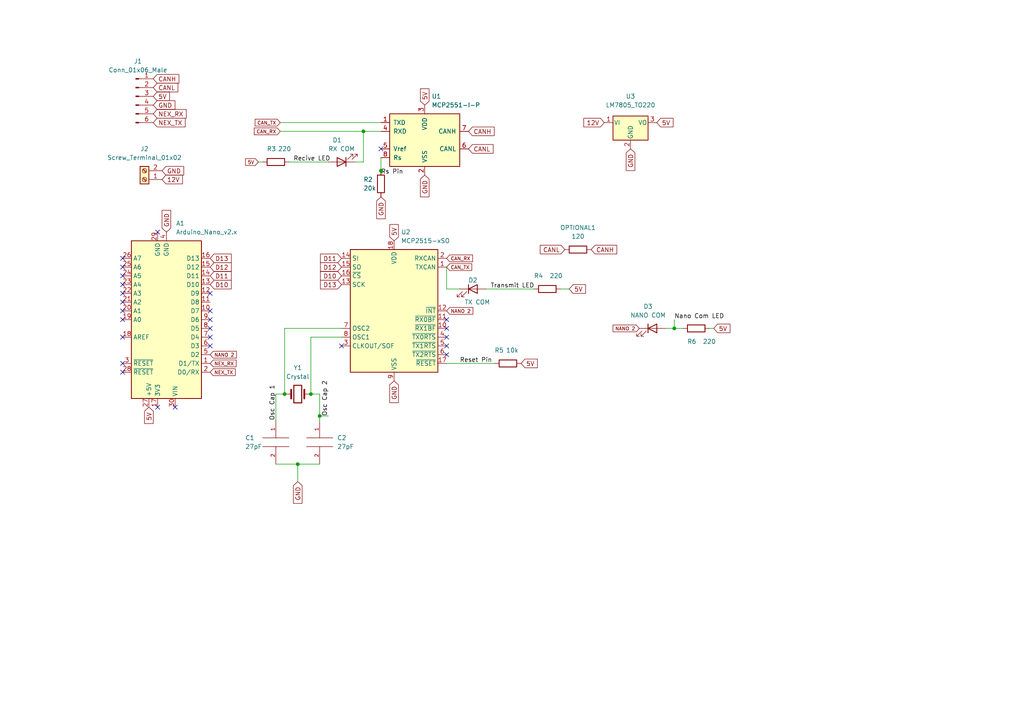
<source format=kicad_sch>
(kicad_sch (version 20211123) (generator eeschema)
  (paper "A4")
  (title_block (title "Screen Driver Board") (date "2023-02-13") (rev "1"))
  (lib_symbols
    (symbol "Connector:Conn_01x06_Male" (pin_names (offset 1.016) hide)
      (property "Reference" "J" (at 0 7.62 0))
      (property "Value" "Conn_01x06_Male" (at 0 -10.16 0))
      (symbol "Conn_01x06_Male_1_1"
        (polyline (pts (xy 1.27 -7.62) (xy 0.8636 -7.62)) (stroke (width 0.1524)))
        (polyline (pts (xy 1.27 -5.08) (xy 0.8636 -5.08)) (stroke (width 0.1524)))
        (polyline (pts (xy 1.27 -2.54) (xy 0.8636 -2.54)) (stroke (width 0.1524)))
        (polyline (pts (xy 1.27 0) (xy 0.8636 0)) (stroke (width 0.1524)))
        (polyline (pts (xy 1.27 2.54) (xy 0.8636 2.54)) (stroke (width 0.1524)))
        (polyline (pts (xy 1.27 5.08) (xy 0.8636 5.08)) (stroke (width 0.1524)))
        (rectangle (start 0.8636 -7.493) (end 0 -7.747) (stroke (width 0.1524)) (fill (type outline)))
        (rectangle (start 0.8636 -4.953) (end 0 -5.207) (stroke (width 0.1524)) (fill (type outline)))
        (rectangle (start 0.8636 -2.413) (end 0 -2.667) (stroke (width 0.1524)) (fill (type outline)))
        (rectangle (start 0.8636 0.127) (end 0 -0.127) (stroke (width 0.1524)) (fill (type outline)))
        (rectangle (start 0.8636 2.667) (end 0 2.413) (stroke (width 0.1524)) (fill (type outline)))
        (rectangle (start 0.8636 5.207) (end 0 4.953) (stroke (width 0.1524)) (fill (type outline)))
        (pin passive line (at 5.08 5.08 180) (length 3.81) (name "Pin_1") (number "1"))
        (pin passive line (at 5.08 2.54 180) (length 3.81) (name "Pin_2") (number "2"))
        (pin passive line (at 5.08 0 180) (length 3.81) (name "Pin_3") (number "3"))
        (pin passive line (at 5.08 -2.54 180) (length 3.81) (name "Pin_4") (number "4"))
        (pin passive line (at 5.08 -5.08 180) (length 3.81) (name "Pin_5") (number "5"))
        (pin passive line (at 5.08 -7.62 180) (length 3.81) (name "Pin_6") (number "6"))
      )
    )
    (symbol "Connector:Screw_Terminal_01x02" (pin_names (offset 1.016) hide)
      (property "Reference" "J" (at 0 2.54 0))
      (property "Value" "Screw_Terminal_01x02" (at 0 -5.08 0))
      (symbol "Screw_Terminal_01x02_1_1"
        (rectangle (start -1.27 1.27) (end 1.27 -3.81) (stroke (width 0.254)) (fill (type background)))
        (circle (center 0 -2.54) (radius 0.635) (stroke (width 0.1524)))
        (polyline (pts (xy -0.5334 -2.2098) (xy 0.3302 -3.048)) (stroke (width 0.1524)))
        (polyline (pts (xy -0.5334 0.3302) (xy 0.3302 -0.508)) (stroke (width 0.1524)))
        (polyline (pts (xy -0.3556 -2.032) (xy 0.508 -2.8702)) (stroke (width 0.1524)))
        (polyline (pts (xy -0.3556 0.508) (xy 0.508 -0.3302)) (stroke (width 0.1524)))
        (circle (center 0 0) (radius 0.635) (stroke (width 0.1524)))
        (pin passive line (at -5.08 0 0) (length 3.81) (name "Pin_1") (number "1"))
        (pin passive line (at -5.08 -2.54 0) (length 3.81) (name "Pin_2") (number "2"))
      )
    )
    (symbol "Device:Crystal" (pin_numbers hide) (pin_names (offset 1.016) hide)
      (property "Reference" "Y" (at 0 3.81 0))
      (property "Value" "Crystal" (at 0 -3.81 0))
      (symbol "Crystal_0_1"
        (rectangle (start -1.143 2.54) (end 1.143 -2.54) (stroke (width 0.3048)))
        (polyline (pts (xy -2.54 0) (xy -1.905 0)))
        (polyline (pts (xy -1.905 -1.27) (xy -1.905 1.27)) (stroke (width 0.508)))
        (polyline (pts (xy 1.905 -1.27) (xy 1.905 1.27)) (stroke (width 0.508)))
        (polyline (pts (xy 2.54 0) (xy 1.905 0)))
      )
      (symbol "Crystal_1_1"
        (pin passive line (at -3.81 0 0) (length 1.27) (name "1") (number "1"))
        (pin passive line (at 3.81 0 180) (length 1.27) (name "2") (number "2"))
      )
    )
    (symbol "Device:LED" (pin_numbers hide) (pin_names (offset 1.016) hide)
      (property "Reference" "D" (at 0 2.54 0))
      (property "Value" "LED" (at 0 -2.54 0))
      (symbol "LED_0_1"
        (polyline (pts (xy -1.27 -1.27) (xy -1.27 1.27)) (stroke (width 0.254)))
        (polyline (pts (xy -1.27 0) (xy 1.27 0)))
        (polyline (pts (xy 1.27 -1.27) (xy 1.27 1.27) (xy -1.27 0) (xy 1.27 -1.27)) (stroke (width 0.254)))
        (polyline (pts (xy -3.048 -0.762) (xy -4.572 -2.286) (xy -3.81 -2.286) (xy -4.572 -2.286) (xy -4.572 -1.524)))
        (polyline (pts (xy -1.778 -0.762) (xy -3.302 -2.286) (xy -2.54 -2.286) (xy -3.302 -2.286) (xy -3.302 -1.524)))
      )
      (symbol "LED_1_1"
        (pin passive line (at -3.81 0 0) (length 2.54) (name "K") (number "1"))
        (pin passive line (at 3.81 0 180) (length 2.54) (name "A") (number "2"))
      )
    )
    (symbol "Device:R" (pin_numbers hide) (pin_names (offset 0))
      (property "Reference" "R" (at 2.032 0 90))
      (property "Value" "R" (at 0 0 90))
      (symbol "R_0_1"
        (rectangle (start -1.016 -2.54) (end 1.016 2.54) (stroke (width 0.254)))
      )
      (symbol "R_1_1"
        (pin passive line (at 0 3.81 270) (length 1.27) (name "~") (number "1"))
        (pin passive line (at 0 -3.81 90) (length 1.27) (name "~") (number "2"))
      )
    )
    (symbol "Interface_CAN_LIN:MCP2515-xSO"
      (property "Reference" "U" (at -10.16 19.685 0))
      (property "Value" "MCP2515-xSO" (at 19.05 20.32 0))
      (symbol "MCP2515-xSO_0_1"
        (rectangle (start -12.7 17.78) (end 12.7 -17.78) (stroke (width 0.254)) (fill (type background)))
      )
      (symbol "MCP2515-xSO_1_1"
        (pin output line (at 15.24 12.7 180) (length 2.54) (name "TXCAN") (number "1"))
        (pin output line (at 15.24 -5.08 180) (length 2.54) (name "~{RX1BF}") (number "10"))
        (pin output line (at 15.24 -2.54 180) (length 2.54) (name "~{RX0BF}") (number "11"))
        (pin output line (at 15.24 0 180) (length 2.54) (name "~{INT}") (number "12"))
        (pin input line (at -15.24 7.62 0) (length 2.54) (name "SCK") (number "13"))
        (pin input line (at -15.24 15.24 0) (length 2.54) (name "SI") (number "14"))
        (pin output line (at -15.24 12.7 0) (length 2.54) (name "SO") (number "15"))
        (pin input line (at -15.24 10.16 0) (length 2.54) (name "~{CS}") (number "16"))
        (pin input line (at 15.24 -15.24 180) (length 2.54) (name "~{RESET}") (number "17"))
        (pin power_in line (at 0 20.32 270) (length 2.54) (name "VDD") (number "18"))
        (pin input line (at 15.24 15.24 180) (length 2.54) (name "RXCAN") (number "2"))
        (pin output line (at -15.24 -10.16 0) (length 2.54) (name "CLKOUT/SOF") (number "3"))
        (pin input line (at 15.24 -7.62 180) (length 2.54) (name "~{TX0RTS}") (number "4"))
        (pin input line (at 15.24 -10.16 180) (length 2.54) (name "~{TX1RTS}") (number "5"))
        (pin input line (at 15.24 -12.7 180) (length 2.54) (name "~{TX2RTS}") (number "6"))
        (pin output line (at -15.24 -5.08 0) (length 2.54) (name "OSC2") (number "7"))
        (pin input line (at -15.24 -7.62 0) (length 2.54) (name "OSC1") (number "8"))
        (pin power_in line (at 0 -20.32 90) (length 2.54) (name "VSS") (number "9"))
      )
    )
    (symbol "Interface_CAN_LIN:MCP2551-I-P" (pin_names (offset 1.016))
      (property "Reference" "U" (at -10.16 8.89 0))
      (property "Value" "MCP2551-I-P" (at 2.54 8.89 0))
      (symbol "MCP2551-I-P_0_1"
        (rectangle (start -10.16 7.62) (end 10.16 -7.62) (stroke (width 0.254)) (fill (type background)))
      )
      (symbol "MCP2551-I-P_1_1"
        (pin input line (at -12.7 5.08 0) (length 2.54) (name "TXD") (number "1"))
        (pin power_in line (at 0 -10.16 90) (length 2.54) (name "VSS") (number "2"))
        (pin power_in line (at 0 10.16 270) (length 2.54) (name "VDD") (number "3"))
        (pin output line (at -12.7 2.54 0) (length 2.54) (name "RXD") (number "4"))
        (pin power_out line (at -12.7 -2.54 0) (length 2.54) (name "Vref") (number "5"))
        (pin bidirectional line (at 12.7 -2.54 180) (length 2.54) (name "CANL") (number "6"))
        (pin bidirectional line (at 12.7 2.54 180) (length 2.54) (name "CANH") (number "7"))
        (pin input line (at -12.7 -5.08 0) (length 2.54) (name "Rs") (number "8"))
      )
    )
    (symbol "MCU_Module:Arduino_Nano_v2.x"
      (property "Reference" "A" (at -10.16 23.495 0))
      (property "Value" "Arduino_Nano_v2.x" (at 5.08 -24.13 0))
      (symbol "Arduino_Nano_v2.x_0_1"
        (rectangle (start -10.16 22.86) (end 10.16 -22.86) (stroke (width 0.254)) (fill (type background)))
      )
      (symbol "Arduino_Nano_v2.x_1_1"
        (pin bidirectional line (at -12.7 12.7 0) (length 2.54) (name "D1/TX") (number "1"))
        (pin bidirectional line (at -12.7 -2.54 0) (length 2.54) (name "D7") (number "10"))
        (pin bidirectional line (at -12.7 -5.08 0) (length 2.54) (name "D8") (number "11"))
        (pin bidirectional line (at -12.7 -7.62 0) (length 2.54) (name "D9") (number "12"))
        (pin bidirectional line (at -12.7 -10.16 0) (length 2.54) (name "D10") (number "13"))
        (pin bidirectional line (at -12.7 -12.7 0) (length 2.54) (name "D11") (number "14"))
        (pin bidirectional line (at -12.7 -15.24 0) (length 2.54) (name "D12") (number "15"))
        (pin bidirectional line (at -12.7 -17.78 0) (length 2.54) (name "D13") (number "16"))
        (pin power_out line (at 2.54 25.4 270) (length 2.54) (name "3V3") (number "17"))
        (pin input line (at 12.7 5.08 180) (length 2.54) (name "AREF") (number "18"))
        (pin bidirectional line (at 12.7 0 180) (length 2.54) (name "A0") (number "19"))
        (pin bidirectional line (at -12.7 15.24 0) (length 2.54) (name "D0/RX") (number "2"))
        (pin bidirectional line (at 12.7 -2.54 180) (length 2.54) (name "A1") (number "20"))
        (pin bidirectional line (at 12.7 -5.08 180) (length 2.54) (name "A2") (number "21"))
        (pin bidirectional line (at 12.7 -7.62 180) (length 2.54) (name "A3") (number "22"))
        (pin bidirectional line (at 12.7 -10.16 180) (length 2.54) (name "A4") (number "23"))
        (pin bidirectional line (at 12.7 -12.7 180) (length 2.54) (name "A5") (number "24"))
        (pin bidirectional line (at 12.7 -15.24 180) (length 2.54) (name "A6") (number "25"))
        (pin bidirectional line (at 12.7 -17.78 180) (length 2.54) (name "A7") (number "26"))
        (pin power_out line (at 5.08 25.4 270) (length 2.54) (name "+5V") (number "27"))
        (pin input line (at 12.7 15.24 180) (length 2.54) (name "~{RESET}") (number "28"))
        (pin power_in line (at 2.54 -25.4 90) (length 2.54) (name "GND") (number "29"))
        (pin input line (at 12.7 12.7 180) (length 2.54) (name "~{RESET}") (number "3"))
        (pin power_in line (at -2.54 25.4 270) (length 2.54) (name "VIN") (number "30"))
        (pin power_in line (at 0 -25.4 90) (length 2.54) (name "GND") (number "4"))
        (pin bidirectional line (at -12.7 10.16 0) (length 2.54) (name "D2") (number "5"))
        (pin bidirectional line (at -12.7 7.62 0) (length 2.54) (name "D3") (number "6"))
        (pin bidirectional line (at -12.7 5.08 0) (length 2.54) (name "D4") (number "7"))
        (pin bidirectional line (at -12.7 2.54 0) (length 2.54) (name "D5") (number "8"))
        (pin bidirectional line (at -12.7 0 0) (length 2.54) (name "D6") (number "9"))
      )
    )
    (symbol "Regulator_Linear:LM7805_TO220" (pin_names (offset 0.254))
      (property "Reference" "U" (at -3.81 3.175 0))
      (property "Value" "LM7805_TO220" (at 0 3.175 0))
      (symbol "LM7805_TO220_0_1"
        (rectangle (start -5.08 1.905) (end 5.08 -5.08) (stroke (width 0.254)) (fill (type background)))
      )
      (symbol "LM7805_TO220_1_1"
        (pin power_in line (at -7.62 0 0) (length 2.54) (name "VI") (number "1"))
        (pin power_in line (at 0 -7.62 90) (length 2.54) (name "GND") (number "2"))
        (pin power_out line (at 7.62 0 180) (length 2.54) (name "VO") (number "3"))
      )
    )
    (symbol "pspice:CAP" (pin_names (offset 0.254))
      (property "Reference" "C" (at 2.54 3.81 90))
      (property "Value" "CAP" (at 2.54 -3.81 90))
      (symbol "CAP_0_1"
        (polyline (pts (xy -3.81 -1.27) (xy 3.81 -1.27)))
        (polyline (pts (xy -3.81 1.27) (xy 3.81 1.27)))
      )
      (symbol "CAP_1_1"
        (pin passive line (at 0 6.35 270) (length 5.08) (name "~") (number "1"))
        (pin passive line (at 0 -6.35 90) (length 5.08) (name "~") (number "2"))
      )
    )
  )
  (junction (at 195.58 95.25))
  (junction (at 82.55 114.3))
  (junction (at 92.71 120.65))
  (junction (at 105.41 38.1))
  (junction (at 86.36 134.62))
  (junction (at 110.49 49.53))
  (junction (at 90.17 114.3))
  (no_connect (at 45.72 118.11))
  (no_connect (at 50.8 118.11))
  (no_connect (at 35.56 92.71))
  (no_connect (at 60.96 97.79))
  (no_connect (at 35.56 87.63))
  (no_connect (at 129.54 97.79))
  (no_connect (at 129.54 100.33))
  (no_connect (at 129.54 92.71))
  (no_connect (at 60.96 95.25))
  (no_connect (at 35.56 107.95))
  (no_connect (at 99.06 100.33))
  (no_connect (at 60.96 100.33))
  (no_connect (at 35.56 97.79))
  (no_connect (at 35.56 82.55))
  (no_connect (at 35.56 105.41))
  (no_connect (at 35.56 74.93))
  (no_connect (at 35.56 80.01))
  (no_connect (at 60.96 90.17))
  (no_connect (at 60.96 85.09))
  (no_connect (at 110.49 43.18))
  (no_connect (at 35.56 77.47))
  (no_connect (at 60.96 92.71))
  (no_connect (at 45.72 67.31))
  (no_connect (at 129.54 102.87))
  (no_connect (at 35.56 90.17))
  (no_connect (at 129.54 95.25))
  (no_connect (at 35.56 85.09))
  (wire (pts (xy 110.49 50.8) (xy 110.49 49.53)))
  (wire (pts (xy 129.54 83.82) (xy 129.54 77.47)))
  (wire (pts (xy 92.71 120.65) (xy 95.25 120.65)))
  (wire (pts (xy 99.06 95.25) (xy 82.55 95.25)))
  (wire (pts (xy 80.01 114.3) (xy 82.55 114.3)))
  (wire (pts (xy 105.41 38.1) (xy 105.41 46.99)))
  (wire (pts (xy 195.58 92.71) (xy 195.58 95.25)))
  (wire (pts (xy 83.82 46.99) (xy 95.25 46.99)))
  (wire (pts (xy 90.17 114.3) (xy 92.71 114.3)))
  (wire (pts (xy 80.01 121.92) (xy 80.01 114.3)))
  (wire (pts (xy 90.17 97.79) (xy 90.17 114.3)))
  (wire (pts (xy 105.41 38.1) (xy 110.49 38.1)))
  (wire (pts (xy 195.58 95.25) (xy 193.04 95.25)))
  (wire (pts (xy 207.01 95.25) (xy 205.74 95.25)))
  (wire (pts (xy 81.28 38.1) (xy 105.41 38.1)))
  (wire (pts (xy 74.93 46.99) (xy 76.2 46.99)))
  (wire (pts (xy 82.55 95.25) (xy 82.55 114.3)))
  (wire (pts (xy 92.71 120.65) (xy 92.71 121.92)))
  (wire (pts (xy 162.56 83.82) (xy 165.1 83.82)))
  (wire (pts (xy 92.71 114.3) (xy 92.71 120.65)))
  (wire (pts (xy 102.87 46.99) (xy 105.41 46.99)))
  (wire (pts (xy 129.54 105.41) (xy 143.51 105.41)))
  (wire (pts (xy 133.35 83.82) (xy 129.54 83.82)))
  (wire (pts (xy 86.36 134.62) (xy 86.36 139.7)))
  (wire (pts (xy 86.36 134.62) (xy 92.71 134.62)))
  (wire (pts (xy 198.12 95.25) (xy 195.58 95.25)))
  (wire (pts (xy 80.01 134.62) (xy 86.36 134.62)))
  (wire (pts (xy 81.28 35.56) (xy 110.49 35.56)))
  (wire (pts (xy 99.06 97.79) (xy 90.17 97.79)))
  (wire (pts (xy 140.97 83.82) (xy 154.94 83.82)))
  (wire (pts (xy 110.49 49.53) (xy 110.49 45.72)))
  (label "Reset Pin" (at 133.35 105.41 0))
  (label "Transmit LED" (at 142.24 83.82 0))
  (label "Osc Cap 2" (at 95.25 120.65 90))
  (label "Osc Cap 1" (at 80.01 121.92 90))
  (label "Recive LED" (at 85.09 46.99 0))
  (label "Rs Pin" (at 110.49 50.8 0))
  (label "Nano Com LED" (at 195.58 92.71 0))
  (global_label "5V" (shape input) (at 151.13 105.41 0) (property "Intersheet References" "${INTERSHEET_REFS}" (effects hide)))
  (global_label "5V" (shape input) (at 114.3 69.85 90) (property "Intersheet References" "${INTERSHEET_REFS}" (effects hide)))
  (global_label "CANL" (shape input) (at 135.89 43.18 0) (property "Intersheet References" "${INTERSHEET_REFS}" (effects hide)))
  (global_label "NANO 2" (shape input) (at 60.96 102.87 0) (effects (font (size 1 1))) (property "Intersheet References" "${INTERSHEET_REFS}" (effects hide)))
  (global_label "D11" (shape input) (at 60.96 80.01 0) (property "Intersheet References" "${INTERSHEET_REFS}" (effects hide)))
  (global_label "5V" (shape input) (at 207.01 95.25 0) (property "Intersheet References" "${INTERSHEET_REFS}" (effects hide)))
  (global_label "D12" (shape input) (at 99.06 77.47 180) (property "Intersheet References" "${INTERSHEET_REFS}" (effects hide)))
  (global_label "5V" (shape input) (at 190.5 35.56 0) (property "Intersheet References" "${INTERSHEET_REFS}" (effects hide)))
  (global_label "GND" (shape input) (at 114.3 110.49 270) (property "Intersheet References" "${INTERSHEET_REFS}" (effects hide)))
  (global_label "GND" (shape input) (at 110.49 57.15 270) (property "Intersheet References" "${INTERSHEET_REFS}" (effects hide)))
  (global_label "GND" (shape input) (at 44.45 30.48 0) (property "Intersheet References" "${INTERSHEET_REFS}" (effects hide)))
  (global_label "CAN_RX" (shape input) (at 129.54 74.93 0) (effects (font (size 1 1))) (property "Intersheet References" "${INTERSHEET_REFS}" (effects hide)))
  (global_label "CANH" (shape input) (at 171.45 72.39 0) (property "Intersheet References" "${INTERSHEET_REFS}" (effects hide)))
  (global_label "5V" (shape input) (at 44.45 27.94 0) (property "Intersheet References" "${INTERSHEET_REFS}" (effects hide)))
  (global_label "D11" (shape input) (at 99.06 74.93 180) (property "Intersheet References" "${INTERSHEET_REFS}" (effects hide)))
  (global_label "5V" (shape input) (at 43.18 118.11 270) (property "Intersheet References" "${INTERSHEET_REFS}" (effects hide)))
  (global_label "D12" (shape input) (at 60.96 77.47 0) (property "Intersheet References" "${INTERSHEET_REFS}" (effects hide)))
  (global_label "CAN_TX" (shape input) (at 81.28 35.56 180) (effects (font (size 1 1))) (property "Intersheet References" "${INTERSHEET_REFS}" (effects hide)))
  (global_label "NANO 2" (shape input) (at 129.54 90.17 0) (effects (font (size 1 1))) (property "Intersheet References" "${INTERSHEET_REFS}" (effects hide)))
  (global_label "D13" (shape input) (at 60.96 74.93 0) (property "Intersheet References" "${INTERSHEET_REFS}" (effects hide)))
  (global_label "CANL" (shape input) (at 163.83 72.39 180) (property "Intersheet References" "${INTERSHEET_REFS}" (effects hide)))
  (global_label "GND" (shape input) (at 182.88 43.18 270) (property "Intersheet References" "${INTERSHEET_REFS}" (effects hide)))
  (global_label "5V" (shape input) (at 123.19 30.48 90) (property "Intersheet References" "${INTERSHEET_REFS}" (effects hide)))
  (global_label "12V" (shape input) (at 46.99 52.07 0) (property "Intersheet References" "${INTERSHEET_REFS}" (effects hide)))
  (global_label "CAN_TX" (shape input) (at 129.54 77.47 0) (effects (font (size 1 1))) (property "Intersheet References" "${INTERSHEET_REFS}" (effects hide)))
  (global_label "NANO 2" (shape input) (at 185.42 95.25 180) (effects (font (size 1 1))) (property "Intersheet References" "${INTERSHEET_REFS}" (effects hide)))
  (global_label "D13" (shape input) (at 99.06 82.55 180) (property "Intersheet References" "${INTERSHEET_REFS}" (effects hide)))
  (global_label "CANH" (shape input) (at 44.45 22.86 0) (property "Intersheet References" "${INTERSHEET_REFS}" (effects hide)))
  (global_label "5V" (shape input) (at 74.93 46.99 180) (effects (font (size 1 1))) (property "Intersheet References" "${INTERSHEET_REFS}" (effects hide)))
  (global_label "GND" (shape input) (at 48.26 67.31 90) (property "Intersheet References" "${INTERSHEET_REFS}" (effects hide)))
  (global_label "D10" (shape input) (at 60.96 82.55 0) (property "Intersheet References" "${INTERSHEET_REFS}" (effects hide)))
  (global_label "GND" (shape input) (at 123.19 50.8 270) (property "Intersheet References" "${INTERSHEET_REFS}" (effects hide)))
  (global_label "12V" (shape input) (at 175.26 35.56 180) (property "Intersheet References" "${INTERSHEET_REFS}" (effects hide)))
  (global_label "CAN_RX" (shape input) (at 81.28 38.1 180) (effects (font (size 1 1))) (property "Intersheet References" "${INTERSHEET_REFS}" (effects hide)))
  (global_label "NEX_RX" (shape input) (at 60.96 105.41 0) (effects (font (size 1 1))) (property "Intersheet References" "${INTERSHEET_REFS}" (effects hide)))
  (global_label "D10" (shape input) (at 99.06 80.01 180) (property "Intersheet References" "${INTERSHEET_REFS}" (effects hide)))
  (global_label "CANH" (shape input) (at 135.89 38.1 0) (property "Intersheet References" "${INTERSHEET_REFS}" (effects hide)))
  (global_label "NEX_TX" (shape input) (at 60.96 107.95 0) (effects (font (size 1 1))) (property "Intersheet References" "${INTERSHEET_REFS}" (effects hide)))
  (global_label "GND" (shape input) (at 46.99 49.53 0) (property "Intersheet References" "${INTERSHEET_REFS}" (effects hide)))
  (global_label "GND" (shape input) (at 86.36 139.7 270) (property "Intersheet References" "${INTERSHEET_REFS}" (effects hide)))
  (global_label "NEX_TX" (shape input) (at 44.45 35.56 0) (property "Intersheet References" "${INTERSHEET_REFS}" (effects hide)))
  (global_label "CANL" (shape input) (at 44.45 25.4 0) (property "Intersheet References" "${INTERSHEET_REFS}" (effects hide)))
  (global_label "NEX_RX" (shape input) (at 44.45 33.02 0) (property "Intersheet References" "${INTERSHEET_REFS}" (effects hide)))
  (global_label "5V" (shape input) (at 165.1 83.82 0) (property "Intersheet References" "${INTERSHEET_REFS}" (effects hide)))
  (symbol (lib_id "Device:R") (at 201.93 95.25 90) (unit 1)
    (property "Reference" "R6" (at 200.66 99.06 90))
    (property "Value" "220" (at 205.74 99.06 90))
    (property "Footprint" "Resistor_THT:R_Axial_DIN0207_L6.3mm_D2.5mm_P7.62mm_Horizontal" (effects hide))
  )
  (symbol (lib_id "Device:R") (at 158.75 83.82 90) (unit 1)
    (property "Reference" "R4" (at 156.21 80.01 90))
    (property "Value" "220" (at 161.29 80.01 90))
    (property "Footprint" "Resistor_THT:R_Axial_DIN0207_L6.3mm_D2.5mm_P7.62mm_Horizontal" (effects hide))
  )
  (symbol (lib_id "Regulator_Linear:LM7805_TO220") (at 182.88 35.56 0) (unit 1)
    (property "Reference" "U3" (at 182.88 27.94 0))
    (property "Value" "LM7805_TO220" (at 182.88 30.48 0))
    (property "Footprint" "Package_TO_SOT_THT:TO-220-3_Vertical" (effects hide))
    (property "Datasheet" "https://www.onsemi.cn/PowerSolutions/document/MC7800-D.PDF" (effects hide))
  )
  (symbol (lib_id "Device:LED") (at 137.16 83.82 0) (unit 1)
    (property "Reference" "D2" (at 137.16 81.28 0))
    (property "Value" "TX COM" (at 138.43 87.63 0))
    (property "Footprint" "LED_THT:LED_D3.0mm" (effects hide))
  )
  (symbol (lib_id "Device:R") (at 80.01 46.99 90) (unit 1)
    (property "Reference" "R3" (at 78.74 43.18 90))
    (property "Value" "220" (at 82.55 43.18 90))
    (property "Footprint" "Resistor_THT:R_Axial_DIN0207_L6.3mm_D2.5mm_P7.62mm_Horizontal" (effects hide))
  )
  (symbol (lib_id "Interface_CAN_LIN:MCP2551-I-P") (at 123.19 40.64 0) (unit 1)
    (property "Reference" "U1" (at 125.2094 27.94 0) (effects (justify left)))
    (property "Value" "MCP2551-I-P" (at 125.2094 30.48 0) (effects (justify left)))
    (property "Footprint" "Package_DIP:DIP-8_W7.62mm" (effects hide))
    (property "Datasheet" "http://ww1.microchip.com/downloads/en/devicedoc/21667d.pdf" (effects hide))
  )
  (symbol (lib_id "Device:R") (at 147.32 105.41 90) (unit 1)
    (property "Reference" "R5" (at 144.78 101.6 90))
    (property "Value" "10k" (at 148.59 101.6 90))
    (property "Footprint" "Resistor_THT:R_Axial_DIN0204_L3.6mm_D1.6mm_P5.08mm_Horizontal" (effects hide))
  )
  (symbol (lib_id "MCU_Module:Arduino_Nano_v2.x") (at 48.26 92.71 180) (unit 1)
    (property "Reference" "A1" (at 51.0287 64.77 0) (effects (justify right)))
    (property "Value" "Arduino_Nano_v2.x" (at 51.0287 67.31 0) (effects (justify right)))
    (property "Footprint" "Module:Arduino_Nano" (effects hide))
    (property "Datasheet" "https://www.arduino.cc/en/uploads/Main/ArduinoNanoManual23.pdf" (effects hide))
  )
  (symbol (lib_id "Connector:Screw_Terminal_01x02") (at 41.91 52.07 180) (unit 1)
    (property "Reference" "J2" (at 41.91 43.18 0))
    (property "Value" "Screw_Terminal_01x02" (at 41.91 45.72 0))
    (property "Footprint" "TerminalBlock:TerminalBlock_bornier-2_P5.08mm" (effects hide))
  )
  (symbol (lib_id "pspice:CAP") (at 80.01 128.27 0) (unit 1)
    (property "Reference" "C1" (at 71.12 127 0) (effects (justify left)))
    (property "Value" "27pF" (at 71.12 129.54 0) (effects (justify left)))
    (property "Footprint" "Capacitor_THT:C_Disc_D4.7mm_W2.5mm_P5.00mm" (effects hide))
  )
  (symbol (lib_id "Device:Crystal") (at 86.36 114.3 0) (unit 1)
    (property "Reference" "Y1" (at 86.36 106.68 0))
    (property "Value" "Crystal" (at 86.36 109.22 0))
    (property "Footprint" "Osc:9B-16.000MAAJ-B" (effects hide))
  )
  (symbol (lib_id "pspice:CAP") (at 92.71 128.27 0) (unit 1)
    (property "Reference" "C2" (at 97.79 126.9999 0) (effects (justify left)))
    (property "Value" "27pF" (at 97.79 129.5399 0) (effects (justify left)))
    (property "Footprint" "Capacitor_THT:C_Disc_D4.7mm_W2.5mm_P5.00mm" (effects hide))
  )
  (symbol (lib_id "Device:LED") (at 189.23 95.25 0) (unit 1)
    (property "Reference" "D3" (at 187.96 88.9 0))
    (property "Value" "NANO COM" (at 187.96 91.44 0))
    (property "Footprint" "LED_THT:LED_D3.0mm" (effects hide))
  )
  (symbol (lib_id "Device:R") (at 167.64 72.39 90) (unit 1)
    (property "Reference" "OPTIONAL1" (at 167.64 66.04 90))
    (property "Value" "120" (at 167.64 68.58 90))
    (property "Footprint" "Resistor_THT:R_Axial_DIN0207_L6.3mm_D2.5mm_P7.62mm_Horizontal" (effects hide))
  )
  (symbol (lib_id "Connector:Conn_01x06_Male") (at 39.37 27.94 0) (unit 1)
    (property "Reference" "J1" (at 40.005 17.78 0))
    (property "Value" "Conn_01x06_Male" (at 40.005 20.32 0))
    (property "Footprint" "Connector_JST:JST_XA_B06B-XASK-1_1x06_P2.50mm_Vertical" (effects hide))
  )
  (symbol (lib_id "Interface_CAN_LIN:MCP2515-xSO") (at 114.3 90.17 0) (unit 1)
    (property "Reference" "U2" (at 116.3194 67.31 0) (effects (justify left)))
    (property "Value" "MCP2515-xSO" (at 116.3194 69.85 0) (effects (justify left)))
    (property "Footprint" "Package_DIP:DIP-18_W7.62mm" (effects hide))
    (property "Datasheet" "http://ww1.microchip.com/downloads/en/DeviceDoc/21801e.pdf" (effects hide))
  )
  (symbol (lib_id "Device:R") (at 110.49 53.34 0) (unit 1)
    (property "Reference" "R2" (at 105.41 52.07 0) (effects (justify left)))
    (property "Value" "20k" (at 105.41 54.61 0) (effects (justify left)))
    (property "Footprint" "Resistor_THT:R_Axial_DIN0204_L3.6mm_D1.6mm_P5.08mm_Horizontal" (effects hide))
  )
  (symbol (lib_id "Device:LED") (at 99.06 46.99 180) (unit 1)
    (property "Reference" "D1" (at 97.79 40.64 0))
    (property "Value" "RX COM" (at 99.06 43.18 0))
    (property "Footprint" "LED_THT:LED_D3.0mm" (effects hide))
  )
)
</source>
